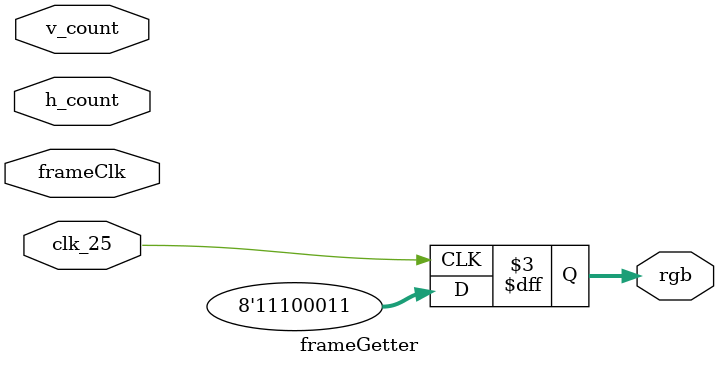
<source format=v>
`timescale 1 ns / 1 ns

module frameGetter(frameClk, clk_25, v_count, h_count, rgb);
input               frameClk;
input               clk_25;
input     [9:0]     v_count;
input     [9:0]     h_count;
output    [7:0]     rgb;
reg       [7:0]     rgb;
   

//Pixel Coordinate: (x,y) -> (h_count,v_count)

//TODO: fill in the logic to read in the correct frame here
always @(posedge frameClk)
begin

end

always @(posedge clk_25)
begin //DISPLAY (rrrgggbb)
	rgb = 8'b11100011;//rgb for the correct pixel (from above logic)
end
   
endmodule

</source>
